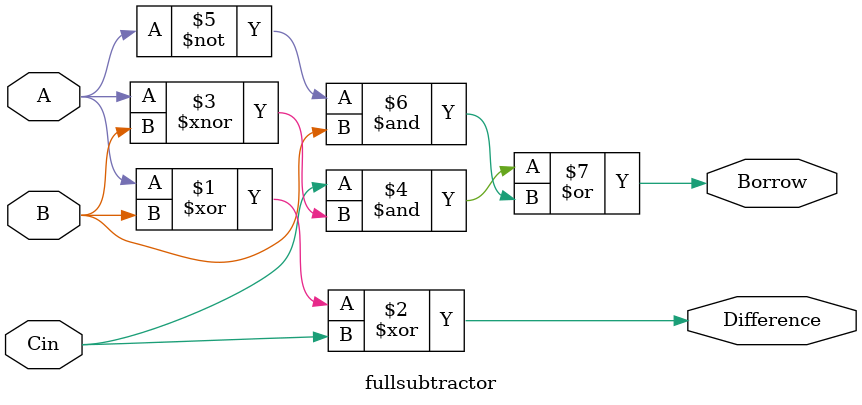
<source format=v>
`timescale 1ns / 1ps

module fullsubtractor(Difference,Borrow,A,B,Cin);
output Difference,Borrow;
input A,B,Cin;
assign Difference= A^B^Cin;
assign Borrow=Cin&(A~^B)|(~A&B);
endmodule

</source>
